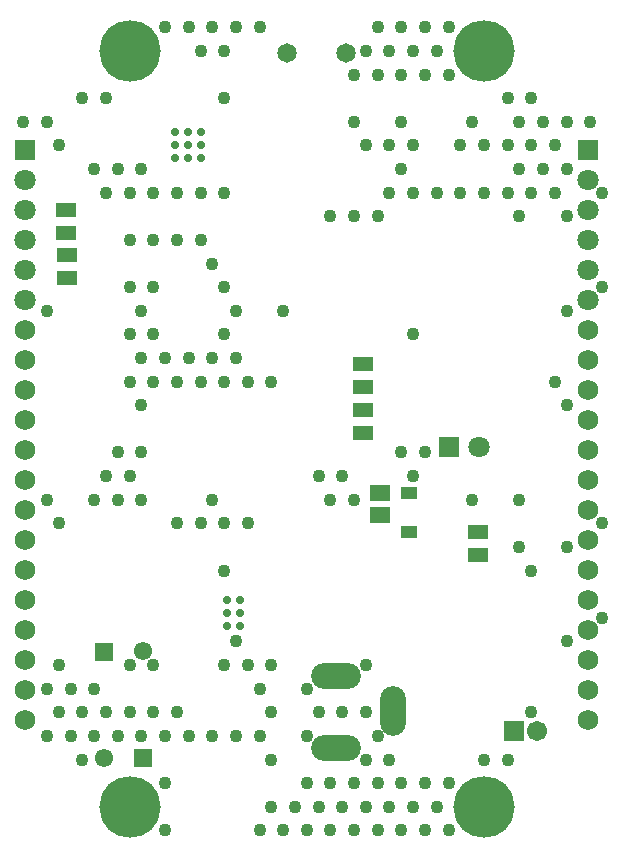
<source format=gbs>
G04*
G04 #@! TF.GenerationSoftware,Altium Limited,Altium Designer,22.1.2 (22)*
G04*
G04 Layer_Color=16711935*
%FSLAX25Y25*%
%MOIN*%
G70*
G04*
G04 #@! TF.SameCoordinates,55BB0F9E-9583-49B5-81CB-360D1DA6D785*
G04*
G04*
G04 #@! TF.FilePolarity,Negative*
G04*
G01*
G75*
%ADD55R,0.06509X0.05328*%
%ADD61R,0.06509X0.04540*%
%ADD84O,0.16548X0.08674*%
%ADD85O,0.08674X0.16548*%
%ADD86C,0.06737*%
%ADD87R,0.06737X0.06737*%
%ADD88C,0.06800*%
%ADD89C,0.07099*%
%ADD90R,0.07099X0.07099*%
%ADD91C,0.06509*%
%ADD92R,0.07099X0.07099*%
%ADD93R,0.06115X0.06115*%
%ADD94C,0.06115*%
%ADD95C,0.20485*%
%ADD96C,0.04343*%
%ADD97C,0.02769*%
%ADD116R,0.05603X0.04383*%
D55*
X141130Y128634D02*
D03*
Y135721D02*
D03*
D61*
X173701Y115295D02*
D03*
Y122972D02*
D03*
X135232Y155701D02*
D03*
Y163378D02*
D03*
X135276Y178953D02*
D03*
Y171276D02*
D03*
X36492Y230153D02*
D03*
Y222476D02*
D03*
X36689Y207366D02*
D03*
Y215043D02*
D03*
D84*
X126551Y50980D02*
D03*
Y74996D02*
D03*
D85*
X145449Y63185D02*
D03*
D86*
X193441Y56555D02*
D03*
D87*
X185567D02*
D03*
D88*
X22898Y60071D02*
D03*
Y70071D02*
D03*
Y80071D02*
D03*
Y90071D02*
D03*
Y100071D02*
D03*
Y110071D02*
D03*
Y120071D02*
D03*
Y130071D02*
D03*
Y140071D02*
D03*
Y150071D02*
D03*
Y160071D02*
D03*
Y170071D02*
D03*
Y180071D02*
D03*
Y190071D02*
D03*
X210362D02*
D03*
Y60071D02*
D03*
Y70071D02*
D03*
Y80071D02*
D03*
Y90071D02*
D03*
Y100071D02*
D03*
Y110071D02*
D03*
Y120071D02*
D03*
Y130071D02*
D03*
Y140071D02*
D03*
Y150071D02*
D03*
Y160071D02*
D03*
Y170071D02*
D03*
Y180071D02*
D03*
D89*
X22898Y200071D02*
D03*
Y210071D02*
D03*
Y240071D02*
D03*
Y230071D02*
D03*
Y220071D02*
D03*
X174158Y151087D02*
D03*
X210362Y200071D02*
D03*
Y210071D02*
D03*
Y240071D02*
D03*
Y230071D02*
D03*
Y220071D02*
D03*
D90*
X22898Y250071D02*
D03*
X210362D02*
D03*
D91*
X110153Y282335D02*
D03*
X129839D02*
D03*
D92*
X164157Y151087D02*
D03*
D93*
X61929Y47583D02*
D03*
X48937Y82988D02*
D03*
D94*
X61929Y83016D02*
D03*
X48937Y47555D02*
D03*
D95*
X175724Y31220D02*
D03*
X57614Y283189D02*
D03*
X175724D02*
D03*
X57614Y31220D02*
D03*
D96*
X211158Y259567D02*
D03*
X215095Y235945D02*
D03*
Y204449D02*
D03*
Y125709D02*
D03*
Y94213D02*
D03*
X203284Y259567D02*
D03*
Y243819D02*
D03*
Y228071D02*
D03*
Y196575D02*
D03*
Y165079D02*
D03*
Y117835D02*
D03*
Y86339D02*
D03*
X195410Y259567D02*
D03*
X199347Y251693D02*
D03*
X195410Y243819D02*
D03*
X199347Y235945D02*
D03*
Y172953D02*
D03*
X191473Y267441D02*
D03*
X187536Y259567D02*
D03*
X191473Y251693D02*
D03*
X187536Y243819D02*
D03*
X191473Y235945D02*
D03*
X187536Y228071D02*
D03*
Y133583D02*
D03*
Y117835D02*
D03*
X191473Y109961D02*
D03*
Y62717D02*
D03*
X183599Y267441D02*
D03*
Y251693D02*
D03*
Y235945D02*
D03*
Y46969D02*
D03*
X171788Y259567D02*
D03*
X175725Y251693D02*
D03*
Y235945D02*
D03*
X171788Y133583D02*
D03*
X175725Y46969D02*
D03*
X163914Y291063D02*
D03*
Y275315D02*
D03*
X167851Y251693D02*
D03*
Y235945D02*
D03*
X163914Y39095D02*
D03*
Y23347D02*
D03*
X156040Y291063D02*
D03*
X159977Y283189D02*
D03*
X156040Y275315D02*
D03*
X159977Y235945D02*
D03*
X156040Y149331D02*
D03*
Y39095D02*
D03*
X159977Y31221D02*
D03*
X156040Y23347D02*
D03*
X148166Y291063D02*
D03*
X152103Y283189D02*
D03*
X148166Y275315D02*
D03*
Y259567D02*
D03*
X152103Y251693D02*
D03*
X148166Y243819D02*
D03*
X152103Y235945D02*
D03*
Y188701D02*
D03*
X148166Y149331D02*
D03*
X152103Y141457D02*
D03*
X148166Y39095D02*
D03*
X152103Y31221D02*
D03*
X148166Y23347D02*
D03*
X140292Y291063D02*
D03*
X144229Y283189D02*
D03*
X140292Y275315D02*
D03*
X144229Y251693D02*
D03*
Y235945D02*
D03*
X140292Y228071D02*
D03*
Y54843D02*
D03*
X144229Y46969D02*
D03*
X140292Y39095D02*
D03*
X144229Y31221D02*
D03*
X140292Y23347D02*
D03*
X136354Y283189D02*
D03*
X132418Y275315D02*
D03*
Y259567D02*
D03*
X136354Y251693D02*
D03*
X132418Y228071D02*
D03*
Y133583D02*
D03*
X136354Y78465D02*
D03*
Y62717D02*
D03*
Y46969D02*
D03*
X132418Y39095D02*
D03*
X136354Y31221D02*
D03*
X132418Y23347D02*
D03*
X124543Y228071D02*
D03*
X128481Y141457D02*
D03*
X124543Y133583D02*
D03*
X128481Y62717D02*
D03*
X124543Y39095D02*
D03*
X128481Y31221D02*
D03*
X124543Y23347D02*
D03*
X120607Y141457D02*
D03*
X116669Y70591D02*
D03*
X120607Y62717D02*
D03*
X116669Y54843D02*
D03*
Y39095D02*
D03*
X120607Y31221D02*
D03*
X116669Y23347D02*
D03*
X108795Y196575D02*
D03*
X112733Y31221D02*
D03*
X108795Y23347D02*
D03*
X100921Y291063D02*
D03*
X104859Y172953D02*
D03*
Y78465D02*
D03*
X100921Y70591D02*
D03*
X104859Y62717D02*
D03*
X100921Y54843D02*
D03*
X104859Y46969D02*
D03*
Y31221D02*
D03*
X100921Y23347D02*
D03*
X93047Y291063D02*
D03*
Y196575D02*
D03*
Y180827D02*
D03*
X96984Y172953D02*
D03*
Y125709D02*
D03*
X93047Y86339D02*
D03*
X96984Y78465D02*
D03*
X93047Y54843D02*
D03*
X85173Y291063D02*
D03*
X89110Y283189D02*
D03*
Y267441D02*
D03*
Y235945D02*
D03*
X85173Y212323D02*
D03*
X89110Y204449D02*
D03*
Y188701D02*
D03*
X85173Y180827D02*
D03*
X89110Y172953D02*
D03*
X85173Y133583D02*
D03*
X89110Y125709D02*
D03*
Y109961D02*
D03*
Y78465D02*
D03*
X85173Y54843D02*
D03*
X77299Y291063D02*
D03*
X81236Y283189D02*
D03*
Y235945D02*
D03*
Y220197D02*
D03*
X77299Y180827D02*
D03*
X81236Y172953D02*
D03*
Y125709D02*
D03*
X77299Y54843D02*
D03*
X69425Y291063D02*
D03*
X73362Y235945D02*
D03*
Y220197D02*
D03*
X69425Y180827D02*
D03*
X73362Y172953D02*
D03*
Y125709D02*
D03*
Y62717D02*
D03*
X69425Y54843D02*
D03*
Y39095D02*
D03*
Y23347D02*
D03*
X61551Y243819D02*
D03*
X65488Y235945D02*
D03*
Y220197D02*
D03*
Y204449D02*
D03*
X61551Y196575D02*
D03*
X65488Y188701D02*
D03*
X61551Y180827D02*
D03*
X65488Y172953D02*
D03*
X61551Y165079D02*
D03*
Y149331D02*
D03*
Y133583D02*
D03*
X65488Y78465D02*
D03*
Y62717D02*
D03*
X61551Y54843D02*
D03*
X53677Y243819D02*
D03*
X57614Y235945D02*
D03*
Y220197D02*
D03*
Y204449D02*
D03*
Y188701D02*
D03*
Y172953D02*
D03*
X53677Y149331D02*
D03*
X57614Y141457D02*
D03*
X53677Y133583D02*
D03*
X57614Y78465D02*
D03*
Y62717D02*
D03*
X53677Y54843D02*
D03*
X49740Y267441D02*
D03*
X45803Y243819D02*
D03*
X49740Y235945D02*
D03*
Y141457D02*
D03*
X45803Y133583D02*
D03*
Y70591D02*
D03*
X49740Y62717D02*
D03*
X45803Y54843D02*
D03*
X41866Y267441D02*
D03*
X37929Y70591D02*
D03*
X41866Y62717D02*
D03*
X37929Y54843D02*
D03*
X41866Y46969D02*
D03*
X30055Y259567D02*
D03*
X33992Y251693D02*
D03*
X30055Y196575D02*
D03*
Y133583D02*
D03*
X33992Y125709D02*
D03*
Y78465D02*
D03*
X30055Y70591D02*
D03*
X33992Y62717D02*
D03*
X30055Y54843D02*
D03*
X22181Y259567D02*
D03*
D97*
X72768Y247476D02*
D03*
Y251807D02*
D03*
Y256138D02*
D03*
X77098Y247476D02*
D03*
Y251807D02*
D03*
Y256138D02*
D03*
X81429Y247476D02*
D03*
Y251807D02*
D03*
Y256138D02*
D03*
X94504Y91413D02*
D03*
X90173D02*
D03*
X94504Y95744D02*
D03*
X90173D02*
D03*
X94504Y100075D02*
D03*
X90173D02*
D03*
D116*
X150854Y135858D02*
D03*
Y122984D02*
D03*
M02*

</source>
